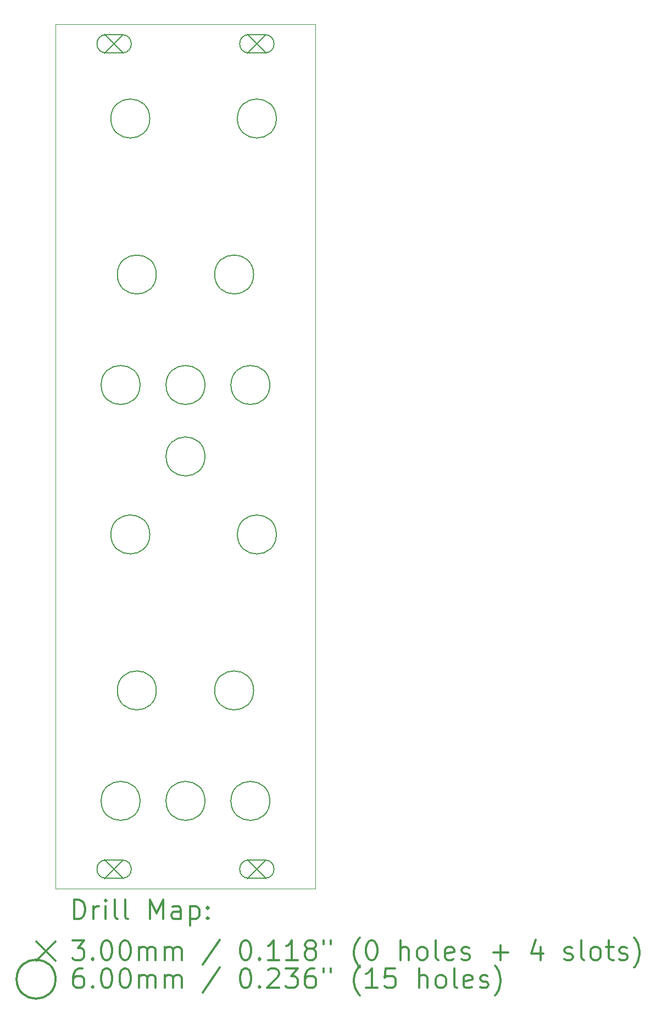
<source format=gbr>
%FSLAX45Y45*%
G04 Gerber Fmt 4.5, Leading zero omitted, Abs format (unit mm)*
G04 Created by KiCad (PCBNEW (5.1.9)-1) date 2021-10-01 14:03:23*
%MOMM*%
%LPD*%
G01*
G04 APERTURE LIST*
%TA.AperFunction,Profile*%
%ADD10C,0.050000*%
%TD*%
%ADD11C,0.200000*%
%ADD12C,0.300000*%
G04 APERTURE END LIST*
D10*
X11750000Y-15800000D02*
X11750000Y-15100000D01*
X15750000Y-15800000D02*
X11750000Y-15800000D01*
X15750000Y-2500000D02*
X15750000Y-15800000D01*
X11750000Y-2500000D02*
X15750000Y-2500000D01*
X11750000Y-2500000D02*
X11750000Y-15100000D01*
D11*
X12500000Y-2650000D02*
X12800000Y-2950000D01*
X12800000Y-2650000D02*
X12500000Y-2950000D01*
X12525000Y-2940000D02*
X12775000Y-2940000D01*
X12525000Y-2660000D02*
X12775000Y-2660000D01*
X12775000Y-2940000D02*
G75*
G03*
X12775000Y-2660000I0J140000D01*
G01*
X12525000Y-2660000D02*
G75*
G03*
X12525000Y-2940000I0J-140000D01*
G01*
X12500000Y-15350000D02*
X12800000Y-15650000D01*
X12800000Y-15350000D02*
X12500000Y-15650000D01*
X12525000Y-15640000D02*
X12775000Y-15640000D01*
X12525000Y-15360000D02*
X12775000Y-15360000D01*
X12775000Y-15640000D02*
G75*
G03*
X12775000Y-15360000I0J140000D01*
G01*
X12525000Y-15360000D02*
G75*
G03*
X12525000Y-15640000I0J-140000D01*
G01*
X14700000Y-2650000D02*
X15000000Y-2950000D01*
X15000000Y-2650000D02*
X14700000Y-2950000D01*
X14725000Y-2940000D02*
X14975000Y-2940000D01*
X14725000Y-2660000D02*
X14975000Y-2660000D01*
X14975000Y-2940000D02*
G75*
G03*
X14975000Y-2660000I0J140000D01*
G01*
X14725000Y-2660000D02*
G75*
G03*
X14725000Y-2940000I0J-140000D01*
G01*
X14700000Y-15350000D02*
X15000000Y-15650000D01*
X15000000Y-15350000D02*
X14700000Y-15650000D01*
X14725000Y-15640000D02*
X14975000Y-15640000D01*
X14725000Y-15360000D02*
X14975000Y-15360000D01*
X14975000Y-15640000D02*
G75*
G03*
X14975000Y-15360000I0J140000D01*
G01*
X14725000Y-15360000D02*
G75*
G03*
X14725000Y-15640000I0J-140000D01*
G01*
X13050000Y-8050000D02*
G75*
G03*
X13050000Y-8050000I-300000J0D01*
G01*
X13050000Y-14450000D02*
G75*
G03*
X13050000Y-14450000I-300000J0D01*
G01*
X13200000Y-3950000D02*
G75*
G03*
X13200000Y-3950000I-300000J0D01*
G01*
X13200000Y-10350000D02*
G75*
G03*
X13200000Y-10350000I-300000J0D01*
G01*
X13300000Y-6350000D02*
G75*
G03*
X13300000Y-6350000I-300000J0D01*
G01*
X13300000Y-12750000D02*
G75*
G03*
X13300000Y-12750000I-300000J0D01*
G01*
X14050000Y-8050000D02*
G75*
G03*
X14050000Y-8050000I-300000J0D01*
G01*
X14050000Y-9150000D02*
G75*
G03*
X14050000Y-9150000I-300000J0D01*
G01*
X14050000Y-14450000D02*
G75*
G03*
X14050000Y-14450000I-300000J0D01*
G01*
X14800000Y-6350000D02*
G75*
G03*
X14800000Y-6350000I-300000J0D01*
G01*
X14800000Y-12750000D02*
G75*
G03*
X14800000Y-12750000I-300000J0D01*
G01*
X15050000Y-8050000D02*
G75*
G03*
X15050000Y-8050000I-300000J0D01*
G01*
X15050000Y-14450000D02*
G75*
G03*
X15050000Y-14450000I-300000J0D01*
G01*
X15150000Y-3950000D02*
G75*
G03*
X15150000Y-3950000I-300000J0D01*
G01*
X15150000Y-10350000D02*
G75*
G03*
X15150000Y-10350000I-300000J0D01*
G01*
D12*
X12033928Y-16268214D02*
X12033928Y-15968214D01*
X12105357Y-15968214D01*
X12148214Y-15982500D01*
X12176786Y-16011071D01*
X12191071Y-16039643D01*
X12205357Y-16096786D01*
X12205357Y-16139643D01*
X12191071Y-16196786D01*
X12176786Y-16225357D01*
X12148214Y-16253929D01*
X12105357Y-16268214D01*
X12033928Y-16268214D01*
X12333928Y-16268214D02*
X12333928Y-16068214D01*
X12333928Y-16125357D02*
X12348214Y-16096786D01*
X12362500Y-16082500D01*
X12391071Y-16068214D01*
X12419643Y-16068214D01*
X12519643Y-16268214D02*
X12519643Y-16068214D01*
X12519643Y-15968214D02*
X12505357Y-15982500D01*
X12519643Y-15996786D01*
X12533928Y-15982500D01*
X12519643Y-15968214D01*
X12519643Y-15996786D01*
X12705357Y-16268214D02*
X12676786Y-16253929D01*
X12662500Y-16225357D01*
X12662500Y-15968214D01*
X12862500Y-16268214D02*
X12833928Y-16253929D01*
X12819643Y-16225357D01*
X12819643Y-15968214D01*
X13205357Y-16268214D02*
X13205357Y-15968214D01*
X13305357Y-16182500D01*
X13405357Y-15968214D01*
X13405357Y-16268214D01*
X13676786Y-16268214D02*
X13676786Y-16111071D01*
X13662500Y-16082500D01*
X13633928Y-16068214D01*
X13576786Y-16068214D01*
X13548214Y-16082500D01*
X13676786Y-16253929D02*
X13648214Y-16268214D01*
X13576786Y-16268214D01*
X13548214Y-16253929D01*
X13533928Y-16225357D01*
X13533928Y-16196786D01*
X13548214Y-16168214D01*
X13576786Y-16153929D01*
X13648214Y-16153929D01*
X13676786Y-16139643D01*
X13819643Y-16068214D02*
X13819643Y-16368214D01*
X13819643Y-16082500D02*
X13848214Y-16068214D01*
X13905357Y-16068214D01*
X13933928Y-16082500D01*
X13948214Y-16096786D01*
X13962500Y-16125357D01*
X13962500Y-16211071D01*
X13948214Y-16239643D01*
X13933928Y-16253929D01*
X13905357Y-16268214D01*
X13848214Y-16268214D01*
X13819643Y-16253929D01*
X14091071Y-16239643D02*
X14105357Y-16253929D01*
X14091071Y-16268214D01*
X14076786Y-16253929D01*
X14091071Y-16239643D01*
X14091071Y-16268214D01*
X14091071Y-16082500D02*
X14105357Y-16096786D01*
X14091071Y-16111071D01*
X14076786Y-16096786D01*
X14091071Y-16082500D01*
X14091071Y-16111071D01*
X11447500Y-16612500D02*
X11747500Y-16912500D01*
X11747500Y-16612500D02*
X11447500Y-16912500D01*
X12005357Y-16598214D02*
X12191071Y-16598214D01*
X12091071Y-16712500D01*
X12133928Y-16712500D01*
X12162500Y-16726786D01*
X12176786Y-16741071D01*
X12191071Y-16769643D01*
X12191071Y-16841072D01*
X12176786Y-16869643D01*
X12162500Y-16883929D01*
X12133928Y-16898214D01*
X12048214Y-16898214D01*
X12019643Y-16883929D01*
X12005357Y-16869643D01*
X12319643Y-16869643D02*
X12333928Y-16883929D01*
X12319643Y-16898214D01*
X12305357Y-16883929D01*
X12319643Y-16869643D01*
X12319643Y-16898214D01*
X12519643Y-16598214D02*
X12548214Y-16598214D01*
X12576786Y-16612500D01*
X12591071Y-16626786D01*
X12605357Y-16655357D01*
X12619643Y-16712500D01*
X12619643Y-16783929D01*
X12605357Y-16841072D01*
X12591071Y-16869643D01*
X12576786Y-16883929D01*
X12548214Y-16898214D01*
X12519643Y-16898214D01*
X12491071Y-16883929D01*
X12476786Y-16869643D01*
X12462500Y-16841072D01*
X12448214Y-16783929D01*
X12448214Y-16712500D01*
X12462500Y-16655357D01*
X12476786Y-16626786D01*
X12491071Y-16612500D01*
X12519643Y-16598214D01*
X12805357Y-16598214D02*
X12833928Y-16598214D01*
X12862500Y-16612500D01*
X12876786Y-16626786D01*
X12891071Y-16655357D01*
X12905357Y-16712500D01*
X12905357Y-16783929D01*
X12891071Y-16841072D01*
X12876786Y-16869643D01*
X12862500Y-16883929D01*
X12833928Y-16898214D01*
X12805357Y-16898214D01*
X12776786Y-16883929D01*
X12762500Y-16869643D01*
X12748214Y-16841072D01*
X12733928Y-16783929D01*
X12733928Y-16712500D01*
X12748214Y-16655357D01*
X12762500Y-16626786D01*
X12776786Y-16612500D01*
X12805357Y-16598214D01*
X13033928Y-16898214D02*
X13033928Y-16698214D01*
X13033928Y-16726786D02*
X13048214Y-16712500D01*
X13076786Y-16698214D01*
X13119643Y-16698214D01*
X13148214Y-16712500D01*
X13162500Y-16741071D01*
X13162500Y-16898214D01*
X13162500Y-16741071D02*
X13176786Y-16712500D01*
X13205357Y-16698214D01*
X13248214Y-16698214D01*
X13276786Y-16712500D01*
X13291071Y-16741071D01*
X13291071Y-16898214D01*
X13433928Y-16898214D02*
X13433928Y-16698214D01*
X13433928Y-16726786D02*
X13448214Y-16712500D01*
X13476786Y-16698214D01*
X13519643Y-16698214D01*
X13548214Y-16712500D01*
X13562500Y-16741071D01*
X13562500Y-16898214D01*
X13562500Y-16741071D02*
X13576786Y-16712500D01*
X13605357Y-16698214D01*
X13648214Y-16698214D01*
X13676786Y-16712500D01*
X13691071Y-16741071D01*
X13691071Y-16898214D01*
X14276786Y-16583929D02*
X14019643Y-16969643D01*
X14662500Y-16598214D02*
X14691071Y-16598214D01*
X14719643Y-16612500D01*
X14733928Y-16626786D01*
X14748214Y-16655357D01*
X14762500Y-16712500D01*
X14762500Y-16783929D01*
X14748214Y-16841072D01*
X14733928Y-16869643D01*
X14719643Y-16883929D01*
X14691071Y-16898214D01*
X14662500Y-16898214D01*
X14633928Y-16883929D01*
X14619643Y-16869643D01*
X14605357Y-16841072D01*
X14591071Y-16783929D01*
X14591071Y-16712500D01*
X14605357Y-16655357D01*
X14619643Y-16626786D01*
X14633928Y-16612500D01*
X14662500Y-16598214D01*
X14891071Y-16869643D02*
X14905357Y-16883929D01*
X14891071Y-16898214D01*
X14876786Y-16883929D01*
X14891071Y-16869643D01*
X14891071Y-16898214D01*
X15191071Y-16898214D02*
X15019643Y-16898214D01*
X15105357Y-16898214D02*
X15105357Y-16598214D01*
X15076786Y-16641071D01*
X15048214Y-16669643D01*
X15019643Y-16683929D01*
X15476786Y-16898214D02*
X15305357Y-16898214D01*
X15391071Y-16898214D02*
X15391071Y-16598214D01*
X15362500Y-16641071D01*
X15333928Y-16669643D01*
X15305357Y-16683929D01*
X15648214Y-16726786D02*
X15619643Y-16712500D01*
X15605357Y-16698214D01*
X15591071Y-16669643D01*
X15591071Y-16655357D01*
X15605357Y-16626786D01*
X15619643Y-16612500D01*
X15648214Y-16598214D01*
X15705357Y-16598214D01*
X15733928Y-16612500D01*
X15748214Y-16626786D01*
X15762500Y-16655357D01*
X15762500Y-16669643D01*
X15748214Y-16698214D01*
X15733928Y-16712500D01*
X15705357Y-16726786D01*
X15648214Y-16726786D01*
X15619643Y-16741071D01*
X15605357Y-16755357D01*
X15591071Y-16783929D01*
X15591071Y-16841072D01*
X15605357Y-16869643D01*
X15619643Y-16883929D01*
X15648214Y-16898214D01*
X15705357Y-16898214D01*
X15733928Y-16883929D01*
X15748214Y-16869643D01*
X15762500Y-16841072D01*
X15762500Y-16783929D01*
X15748214Y-16755357D01*
X15733928Y-16741071D01*
X15705357Y-16726786D01*
X15876786Y-16598214D02*
X15876786Y-16655357D01*
X15991071Y-16598214D02*
X15991071Y-16655357D01*
X16433928Y-17012500D02*
X16419643Y-16998214D01*
X16391071Y-16955357D01*
X16376786Y-16926786D01*
X16362500Y-16883929D01*
X16348214Y-16812500D01*
X16348214Y-16755357D01*
X16362500Y-16683929D01*
X16376786Y-16641071D01*
X16391071Y-16612500D01*
X16419643Y-16569643D01*
X16433928Y-16555357D01*
X16605357Y-16598214D02*
X16633928Y-16598214D01*
X16662500Y-16612500D01*
X16676786Y-16626786D01*
X16691071Y-16655357D01*
X16705357Y-16712500D01*
X16705357Y-16783929D01*
X16691071Y-16841072D01*
X16676786Y-16869643D01*
X16662500Y-16883929D01*
X16633928Y-16898214D01*
X16605357Y-16898214D01*
X16576786Y-16883929D01*
X16562500Y-16869643D01*
X16548214Y-16841072D01*
X16533928Y-16783929D01*
X16533928Y-16712500D01*
X16548214Y-16655357D01*
X16562500Y-16626786D01*
X16576786Y-16612500D01*
X16605357Y-16598214D01*
X17062500Y-16898214D02*
X17062500Y-16598214D01*
X17191071Y-16898214D02*
X17191071Y-16741071D01*
X17176786Y-16712500D01*
X17148214Y-16698214D01*
X17105357Y-16698214D01*
X17076786Y-16712500D01*
X17062500Y-16726786D01*
X17376786Y-16898214D02*
X17348214Y-16883929D01*
X17333928Y-16869643D01*
X17319643Y-16841072D01*
X17319643Y-16755357D01*
X17333928Y-16726786D01*
X17348214Y-16712500D01*
X17376786Y-16698214D01*
X17419643Y-16698214D01*
X17448214Y-16712500D01*
X17462500Y-16726786D01*
X17476786Y-16755357D01*
X17476786Y-16841072D01*
X17462500Y-16869643D01*
X17448214Y-16883929D01*
X17419643Y-16898214D01*
X17376786Y-16898214D01*
X17648214Y-16898214D02*
X17619643Y-16883929D01*
X17605357Y-16855357D01*
X17605357Y-16598214D01*
X17876786Y-16883929D02*
X17848214Y-16898214D01*
X17791071Y-16898214D01*
X17762500Y-16883929D01*
X17748214Y-16855357D01*
X17748214Y-16741071D01*
X17762500Y-16712500D01*
X17791071Y-16698214D01*
X17848214Y-16698214D01*
X17876786Y-16712500D01*
X17891071Y-16741071D01*
X17891071Y-16769643D01*
X17748214Y-16798214D01*
X18005357Y-16883929D02*
X18033928Y-16898214D01*
X18091071Y-16898214D01*
X18119643Y-16883929D01*
X18133928Y-16855357D01*
X18133928Y-16841072D01*
X18119643Y-16812500D01*
X18091071Y-16798214D01*
X18048214Y-16798214D01*
X18019643Y-16783929D01*
X18005357Y-16755357D01*
X18005357Y-16741071D01*
X18019643Y-16712500D01*
X18048214Y-16698214D01*
X18091071Y-16698214D01*
X18119643Y-16712500D01*
X18491071Y-16783929D02*
X18719643Y-16783929D01*
X18605357Y-16898214D02*
X18605357Y-16669643D01*
X19219643Y-16698214D02*
X19219643Y-16898214D01*
X19148214Y-16583929D02*
X19076786Y-16798214D01*
X19262500Y-16798214D01*
X19591071Y-16883929D02*
X19619643Y-16898214D01*
X19676786Y-16898214D01*
X19705357Y-16883929D01*
X19719643Y-16855357D01*
X19719643Y-16841072D01*
X19705357Y-16812500D01*
X19676786Y-16798214D01*
X19633928Y-16798214D01*
X19605357Y-16783929D01*
X19591071Y-16755357D01*
X19591071Y-16741071D01*
X19605357Y-16712500D01*
X19633928Y-16698214D01*
X19676786Y-16698214D01*
X19705357Y-16712500D01*
X19891071Y-16898214D02*
X19862500Y-16883929D01*
X19848214Y-16855357D01*
X19848214Y-16598214D01*
X20048214Y-16898214D02*
X20019643Y-16883929D01*
X20005357Y-16869643D01*
X19991071Y-16841072D01*
X19991071Y-16755357D01*
X20005357Y-16726786D01*
X20019643Y-16712500D01*
X20048214Y-16698214D01*
X20091071Y-16698214D01*
X20119643Y-16712500D01*
X20133928Y-16726786D01*
X20148214Y-16755357D01*
X20148214Y-16841072D01*
X20133928Y-16869643D01*
X20119643Y-16883929D01*
X20091071Y-16898214D01*
X20048214Y-16898214D01*
X20233928Y-16698214D02*
X20348214Y-16698214D01*
X20276786Y-16598214D02*
X20276786Y-16855357D01*
X20291071Y-16883929D01*
X20319643Y-16898214D01*
X20348214Y-16898214D01*
X20433928Y-16883929D02*
X20462500Y-16898214D01*
X20519643Y-16898214D01*
X20548214Y-16883929D01*
X20562500Y-16855357D01*
X20562500Y-16841072D01*
X20548214Y-16812500D01*
X20519643Y-16798214D01*
X20476786Y-16798214D01*
X20448214Y-16783929D01*
X20433928Y-16755357D01*
X20433928Y-16741071D01*
X20448214Y-16712500D01*
X20476786Y-16698214D01*
X20519643Y-16698214D01*
X20548214Y-16712500D01*
X20662500Y-17012500D02*
X20676786Y-16998214D01*
X20705357Y-16955357D01*
X20719643Y-16926786D01*
X20733928Y-16883929D01*
X20748214Y-16812500D01*
X20748214Y-16755357D01*
X20733928Y-16683929D01*
X20719643Y-16641071D01*
X20705357Y-16612500D01*
X20676786Y-16569643D01*
X20662500Y-16555357D01*
X11747500Y-17192500D02*
G75*
G03*
X11747500Y-17192500I-300000J0D01*
G01*
X12162500Y-17028214D02*
X12105357Y-17028214D01*
X12076786Y-17042500D01*
X12062500Y-17056786D01*
X12033928Y-17099643D01*
X12019643Y-17156786D01*
X12019643Y-17271072D01*
X12033928Y-17299643D01*
X12048214Y-17313929D01*
X12076786Y-17328214D01*
X12133928Y-17328214D01*
X12162500Y-17313929D01*
X12176786Y-17299643D01*
X12191071Y-17271072D01*
X12191071Y-17199643D01*
X12176786Y-17171072D01*
X12162500Y-17156786D01*
X12133928Y-17142500D01*
X12076786Y-17142500D01*
X12048214Y-17156786D01*
X12033928Y-17171072D01*
X12019643Y-17199643D01*
X12319643Y-17299643D02*
X12333928Y-17313929D01*
X12319643Y-17328214D01*
X12305357Y-17313929D01*
X12319643Y-17299643D01*
X12319643Y-17328214D01*
X12519643Y-17028214D02*
X12548214Y-17028214D01*
X12576786Y-17042500D01*
X12591071Y-17056786D01*
X12605357Y-17085357D01*
X12619643Y-17142500D01*
X12619643Y-17213929D01*
X12605357Y-17271072D01*
X12591071Y-17299643D01*
X12576786Y-17313929D01*
X12548214Y-17328214D01*
X12519643Y-17328214D01*
X12491071Y-17313929D01*
X12476786Y-17299643D01*
X12462500Y-17271072D01*
X12448214Y-17213929D01*
X12448214Y-17142500D01*
X12462500Y-17085357D01*
X12476786Y-17056786D01*
X12491071Y-17042500D01*
X12519643Y-17028214D01*
X12805357Y-17028214D02*
X12833928Y-17028214D01*
X12862500Y-17042500D01*
X12876786Y-17056786D01*
X12891071Y-17085357D01*
X12905357Y-17142500D01*
X12905357Y-17213929D01*
X12891071Y-17271072D01*
X12876786Y-17299643D01*
X12862500Y-17313929D01*
X12833928Y-17328214D01*
X12805357Y-17328214D01*
X12776786Y-17313929D01*
X12762500Y-17299643D01*
X12748214Y-17271072D01*
X12733928Y-17213929D01*
X12733928Y-17142500D01*
X12748214Y-17085357D01*
X12762500Y-17056786D01*
X12776786Y-17042500D01*
X12805357Y-17028214D01*
X13033928Y-17328214D02*
X13033928Y-17128214D01*
X13033928Y-17156786D02*
X13048214Y-17142500D01*
X13076786Y-17128214D01*
X13119643Y-17128214D01*
X13148214Y-17142500D01*
X13162500Y-17171072D01*
X13162500Y-17328214D01*
X13162500Y-17171072D02*
X13176786Y-17142500D01*
X13205357Y-17128214D01*
X13248214Y-17128214D01*
X13276786Y-17142500D01*
X13291071Y-17171072D01*
X13291071Y-17328214D01*
X13433928Y-17328214D02*
X13433928Y-17128214D01*
X13433928Y-17156786D02*
X13448214Y-17142500D01*
X13476786Y-17128214D01*
X13519643Y-17128214D01*
X13548214Y-17142500D01*
X13562500Y-17171072D01*
X13562500Y-17328214D01*
X13562500Y-17171072D02*
X13576786Y-17142500D01*
X13605357Y-17128214D01*
X13648214Y-17128214D01*
X13676786Y-17142500D01*
X13691071Y-17171072D01*
X13691071Y-17328214D01*
X14276786Y-17013929D02*
X14019643Y-17399643D01*
X14662500Y-17028214D02*
X14691071Y-17028214D01*
X14719643Y-17042500D01*
X14733928Y-17056786D01*
X14748214Y-17085357D01*
X14762500Y-17142500D01*
X14762500Y-17213929D01*
X14748214Y-17271072D01*
X14733928Y-17299643D01*
X14719643Y-17313929D01*
X14691071Y-17328214D01*
X14662500Y-17328214D01*
X14633928Y-17313929D01*
X14619643Y-17299643D01*
X14605357Y-17271072D01*
X14591071Y-17213929D01*
X14591071Y-17142500D01*
X14605357Y-17085357D01*
X14619643Y-17056786D01*
X14633928Y-17042500D01*
X14662500Y-17028214D01*
X14891071Y-17299643D02*
X14905357Y-17313929D01*
X14891071Y-17328214D01*
X14876786Y-17313929D01*
X14891071Y-17299643D01*
X14891071Y-17328214D01*
X15019643Y-17056786D02*
X15033928Y-17042500D01*
X15062500Y-17028214D01*
X15133928Y-17028214D01*
X15162500Y-17042500D01*
X15176786Y-17056786D01*
X15191071Y-17085357D01*
X15191071Y-17113929D01*
X15176786Y-17156786D01*
X15005357Y-17328214D01*
X15191071Y-17328214D01*
X15291071Y-17028214D02*
X15476786Y-17028214D01*
X15376786Y-17142500D01*
X15419643Y-17142500D01*
X15448214Y-17156786D01*
X15462500Y-17171072D01*
X15476786Y-17199643D01*
X15476786Y-17271072D01*
X15462500Y-17299643D01*
X15448214Y-17313929D01*
X15419643Y-17328214D01*
X15333928Y-17328214D01*
X15305357Y-17313929D01*
X15291071Y-17299643D01*
X15733928Y-17028214D02*
X15676786Y-17028214D01*
X15648214Y-17042500D01*
X15633928Y-17056786D01*
X15605357Y-17099643D01*
X15591071Y-17156786D01*
X15591071Y-17271072D01*
X15605357Y-17299643D01*
X15619643Y-17313929D01*
X15648214Y-17328214D01*
X15705357Y-17328214D01*
X15733928Y-17313929D01*
X15748214Y-17299643D01*
X15762500Y-17271072D01*
X15762500Y-17199643D01*
X15748214Y-17171072D01*
X15733928Y-17156786D01*
X15705357Y-17142500D01*
X15648214Y-17142500D01*
X15619643Y-17156786D01*
X15605357Y-17171072D01*
X15591071Y-17199643D01*
X15876786Y-17028214D02*
X15876786Y-17085357D01*
X15991071Y-17028214D02*
X15991071Y-17085357D01*
X16433928Y-17442500D02*
X16419643Y-17428214D01*
X16391071Y-17385357D01*
X16376786Y-17356786D01*
X16362500Y-17313929D01*
X16348214Y-17242500D01*
X16348214Y-17185357D01*
X16362500Y-17113929D01*
X16376786Y-17071072D01*
X16391071Y-17042500D01*
X16419643Y-16999643D01*
X16433928Y-16985357D01*
X16705357Y-17328214D02*
X16533928Y-17328214D01*
X16619643Y-17328214D02*
X16619643Y-17028214D01*
X16591071Y-17071072D01*
X16562500Y-17099643D01*
X16533928Y-17113929D01*
X16976786Y-17028214D02*
X16833928Y-17028214D01*
X16819643Y-17171072D01*
X16833928Y-17156786D01*
X16862500Y-17142500D01*
X16933928Y-17142500D01*
X16962500Y-17156786D01*
X16976786Y-17171072D01*
X16991071Y-17199643D01*
X16991071Y-17271072D01*
X16976786Y-17299643D01*
X16962500Y-17313929D01*
X16933928Y-17328214D01*
X16862500Y-17328214D01*
X16833928Y-17313929D01*
X16819643Y-17299643D01*
X17348214Y-17328214D02*
X17348214Y-17028214D01*
X17476786Y-17328214D02*
X17476786Y-17171072D01*
X17462500Y-17142500D01*
X17433928Y-17128214D01*
X17391071Y-17128214D01*
X17362500Y-17142500D01*
X17348214Y-17156786D01*
X17662500Y-17328214D02*
X17633928Y-17313929D01*
X17619643Y-17299643D01*
X17605357Y-17271072D01*
X17605357Y-17185357D01*
X17619643Y-17156786D01*
X17633928Y-17142500D01*
X17662500Y-17128214D01*
X17705357Y-17128214D01*
X17733928Y-17142500D01*
X17748214Y-17156786D01*
X17762500Y-17185357D01*
X17762500Y-17271072D01*
X17748214Y-17299643D01*
X17733928Y-17313929D01*
X17705357Y-17328214D01*
X17662500Y-17328214D01*
X17933928Y-17328214D02*
X17905357Y-17313929D01*
X17891071Y-17285357D01*
X17891071Y-17028214D01*
X18162500Y-17313929D02*
X18133928Y-17328214D01*
X18076786Y-17328214D01*
X18048214Y-17313929D01*
X18033928Y-17285357D01*
X18033928Y-17171072D01*
X18048214Y-17142500D01*
X18076786Y-17128214D01*
X18133928Y-17128214D01*
X18162500Y-17142500D01*
X18176786Y-17171072D01*
X18176786Y-17199643D01*
X18033928Y-17228214D01*
X18291071Y-17313929D02*
X18319643Y-17328214D01*
X18376786Y-17328214D01*
X18405357Y-17313929D01*
X18419643Y-17285357D01*
X18419643Y-17271072D01*
X18405357Y-17242500D01*
X18376786Y-17228214D01*
X18333928Y-17228214D01*
X18305357Y-17213929D01*
X18291071Y-17185357D01*
X18291071Y-17171072D01*
X18305357Y-17142500D01*
X18333928Y-17128214D01*
X18376786Y-17128214D01*
X18405357Y-17142500D01*
X18519643Y-17442500D02*
X18533928Y-17428214D01*
X18562500Y-17385357D01*
X18576786Y-17356786D01*
X18591071Y-17313929D01*
X18605357Y-17242500D01*
X18605357Y-17185357D01*
X18591071Y-17113929D01*
X18576786Y-17071072D01*
X18562500Y-17042500D01*
X18533928Y-16999643D01*
X18519643Y-16985357D01*
M02*

</source>
